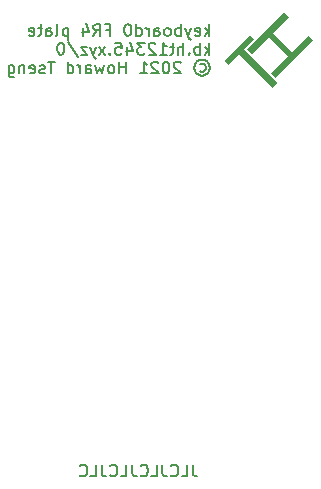
<source format=gbo>
%TF.GenerationSoftware,KiCad,Pcbnew,(5.1.10)-1*%
%TF.CreationDate,2021-11-03T19:39:02-04:00*%
%TF.ProjectId,custom_keyboard plate,63757374-6f6d-45f6-9b65-79626f617264,rev?*%
%TF.SameCoordinates,Original*%
%TF.FileFunction,Legend,Bot*%
%TF.FilePolarity,Positive*%
%FSLAX46Y46*%
G04 Gerber Fmt 4.6, Leading zero omitted, Abs format (unit mm)*
G04 Created by KiCad (PCBNEW (5.1.10)-1) date 2021-11-03 19:39:02*
%MOMM*%
%LPD*%
G01*
G04 APERTURE LIST*
%ADD10C,0.150000*%
%ADD11C,0.100000*%
%ADD12C,0.800000*%
G04 APERTURE END LIST*
D10*
X410785180Y-260024076D02*
X410880419Y-259976457D01*
X411070895Y-259976457D01*
X411166133Y-260024076D01*
X411261371Y-260119314D01*
X411308990Y-260214552D01*
X411308990Y-260405028D01*
X411261371Y-260500266D01*
X411166133Y-260595504D01*
X411070895Y-260643123D01*
X410880419Y-260643123D01*
X410785180Y-260595504D01*
X410975657Y-259643123D02*
X411213752Y-259690742D01*
X411451847Y-259833600D01*
X411594704Y-260071695D01*
X411642323Y-260309790D01*
X411594704Y-260547885D01*
X411451847Y-260785980D01*
X411213752Y-260928838D01*
X410975657Y-260976457D01*
X410737561Y-260928838D01*
X410499466Y-260785980D01*
X410356609Y-260547885D01*
X410308990Y-260309790D01*
X410356609Y-260071695D01*
X410499466Y-259833600D01*
X410737561Y-259690742D01*
X410975657Y-259643123D01*
X409166133Y-259881219D02*
X409118514Y-259833600D01*
X409023276Y-259785980D01*
X408785180Y-259785980D01*
X408689942Y-259833600D01*
X408642323Y-259881219D01*
X408594704Y-259976457D01*
X408594704Y-260071695D01*
X408642323Y-260214552D01*
X409213752Y-260785980D01*
X408594704Y-260785980D01*
X407975657Y-259785980D02*
X407880419Y-259785980D01*
X407785180Y-259833600D01*
X407737561Y-259881219D01*
X407689942Y-259976457D01*
X407642323Y-260166933D01*
X407642323Y-260405028D01*
X407689942Y-260595504D01*
X407737561Y-260690742D01*
X407785180Y-260738361D01*
X407880419Y-260785980D01*
X407975657Y-260785980D01*
X408070895Y-260738361D01*
X408118514Y-260690742D01*
X408166133Y-260595504D01*
X408213752Y-260405028D01*
X408213752Y-260166933D01*
X408166133Y-259976457D01*
X408118514Y-259881219D01*
X408070895Y-259833600D01*
X407975657Y-259785980D01*
X407261371Y-259881219D02*
X407213752Y-259833600D01*
X407118514Y-259785980D01*
X406880419Y-259785980D01*
X406785180Y-259833600D01*
X406737561Y-259881219D01*
X406689942Y-259976457D01*
X406689942Y-260071695D01*
X406737561Y-260214552D01*
X407308990Y-260785980D01*
X406689942Y-260785980D01*
X405737561Y-260785980D02*
X406308990Y-260785980D01*
X406023276Y-260785980D02*
X406023276Y-259785980D01*
X406118514Y-259928838D01*
X406213752Y-260024076D01*
X406308990Y-260071695D01*
X404547085Y-260785980D02*
X404547085Y-259785980D01*
X404547085Y-260262171D02*
X403975657Y-260262171D01*
X403975657Y-260785980D02*
X403975657Y-259785980D01*
X403356609Y-260785980D02*
X403451847Y-260738361D01*
X403499466Y-260690742D01*
X403547085Y-260595504D01*
X403547085Y-260309790D01*
X403499466Y-260214552D01*
X403451847Y-260166933D01*
X403356609Y-260119314D01*
X403213752Y-260119314D01*
X403118514Y-260166933D01*
X403070895Y-260214552D01*
X403023276Y-260309790D01*
X403023276Y-260595504D01*
X403070895Y-260690742D01*
X403118514Y-260738361D01*
X403213752Y-260785980D01*
X403356609Y-260785980D01*
X402689942Y-260119314D02*
X402499466Y-260785980D01*
X402308990Y-260309790D01*
X402118514Y-260785980D01*
X401928038Y-260119314D01*
X401118514Y-260785980D02*
X401118514Y-260262171D01*
X401166133Y-260166933D01*
X401261371Y-260119314D01*
X401451847Y-260119314D01*
X401547085Y-260166933D01*
X401118514Y-260738361D02*
X401213752Y-260785980D01*
X401451847Y-260785980D01*
X401547085Y-260738361D01*
X401594704Y-260643123D01*
X401594704Y-260547885D01*
X401547085Y-260452647D01*
X401451847Y-260405028D01*
X401213752Y-260405028D01*
X401118514Y-260357409D01*
X400642323Y-260785980D02*
X400642323Y-260119314D01*
X400642323Y-260309790D02*
X400594704Y-260214552D01*
X400547085Y-260166933D01*
X400451847Y-260119314D01*
X400356609Y-260119314D01*
X399594704Y-260785980D02*
X399594704Y-259785980D01*
X399594704Y-260738361D02*
X399689942Y-260785980D01*
X399880419Y-260785980D01*
X399975657Y-260738361D01*
X400023276Y-260690742D01*
X400070895Y-260595504D01*
X400070895Y-260309790D01*
X400023276Y-260214552D01*
X399975657Y-260166933D01*
X399880419Y-260119314D01*
X399689942Y-260119314D01*
X399594704Y-260166933D01*
X398499466Y-259785980D02*
X397928038Y-259785980D01*
X398213752Y-260785980D02*
X398213752Y-259785980D01*
X397642323Y-260738361D02*
X397547085Y-260785980D01*
X397356609Y-260785980D01*
X397261371Y-260738361D01*
X397213752Y-260643123D01*
X397213752Y-260595504D01*
X397261371Y-260500266D01*
X397356609Y-260452647D01*
X397499466Y-260452647D01*
X397594704Y-260405028D01*
X397642323Y-260309790D01*
X397642323Y-260262171D01*
X397594704Y-260166933D01*
X397499466Y-260119314D01*
X397356609Y-260119314D01*
X397261371Y-260166933D01*
X396404228Y-260738361D02*
X396499466Y-260785980D01*
X396689942Y-260785980D01*
X396785180Y-260738361D01*
X396832800Y-260643123D01*
X396832800Y-260262171D01*
X396785180Y-260166933D01*
X396689942Y-260119314D01*
X396499466Y-260119314D01*
X396404228Y-260166933D01*
X396356609Y-260262171D01*
X396356609Y-260357409D01*
X396832800Y-260452647D01*
X395928038Y-260119314D02*
X395928038Y-260785980D01*
X395928038Y-260214552D02*
X395880419Y-260166933D01*
X395785180Y-260119314D01*
X395642323Y-260119314D01*
X395547085Y-260166933D01*
X395499466Y-260262171D01*
X395499466Y-260785980D01*
X394594704Y-260119314D02*
X394594704Y-260928838D01*
X394642323Y-261024076D01*
X394689942Y-261071695D01*
X394785180Y-261119314D01*
X394928038Y-261119314D01*
X395023276Y-261071695D01*
X394594704Y-260738361D02*
X394689942Y-260785980D01*
X394880419Y-260785980D01*
X394975657Y-260738361D01*
X395023276Y-260690742D01*
X395070895Y-260595504D01*
X395070895Y-260309790D01*
X395023276Y-260214552D01*
X394975657Y-260166933D01*
X394880419Y-260119314D01*
X394689942Y-260119314D01*
X394594704Y-260166933D01*
X411594704Y-259198580D02*
X411594704Y-258198580D01*
X411499466Y-258817628D02*
X411213752Y-259198580D01*
X411213752Y-258531914D02*
X411594704Y-258912866D01*
X410785180Y-259198580D02*
X410785180Y-258198580D01*
X410785180Y-258579533D02*
X410689942Y-258531914D01*
X410499466Y-258531914D01*
X410404228Y-258579533D01*
X410356609Y-258627152D01*
X410308990Y-258722390D01*
X410308990Y-259008104D01*
X410356609Y-259103342D01*
X410404228Y-259150961D01*
X410499466Y-259198580D01*
X410689942Y-259198580D01*
X410785180Y-259150961D01*
X409880419Y-259103342D02*
X409832800Y-259150961D01*
X409880419Y-259198580D01*
X409928038Y-259150961D01*
X409880419Y-259103342D01*
X409880419Y-259198580D01*
X409404228Y-259198580D02*
X409404228Y-258198580D01*
X408975657Y-259198580D02*
X408975657Y-258674771D01*
X409023276Y-258579533D01*
X409118514Y-258531914D01*
X409261371Y-258531914D01*
X409356609Y-258579533D01*
X409404228Y-258627152D01*
X408642323Y-258531914D02*
X408261371Y-258531914D01*
X408499466Y-258198580D02*
X408499466Y-259055723D01*
X408451847Y-259150961D01*
X408356609Y-259198580D01*
X408261371Y-259198580D01*
X407404228Y-259198580D02*
X407975657Y-259198580D01*
X407689942Y-259198580D02*
X407689942Y-258198580D01*
X407785180Y-258341438D01*
X407880419Y-258436676D01*
X407975657Y-258484295D01*
X407023276Y-258293819D02*
X406975657Y-258246200D01*
X406880419Y-258198580D01*
X406642323Y-258198580D01*
X406547085Y-258246200D01*
X406499466Y-258293819D01*
X406451847Y-258389057D01*
X406451847Y-258484295D01*
X406499466Y-258627152D01*
X407070895Y-259198580D01*
X406451847Y-259198580D01*
X406118514Y-258198580D02*
X405499466Y-258198580D01*
X405832800Y-258579533D01*
X405689942Y-258579533D01*
X405594704Y-258627152D01*
X405547085Y-258674771D01*
X405499466Y-258770009D01*
X405499466Y-259008104D01*
X405547085Y-259103342D01*
X405594704Y-259150961D01*
X405689942Y-259198580D01*
X405975657Y-259198580D01*
X406070895Y-259150961D01*
X406118514Y-259103342D01*
X404642323Y-258531914D02*
X404642323Y-259198580D01*
X404880419Y-258150961D02*
X405118514Y-258865247D01*
X404499466Y-258865247D01*
X403642323Y-258198580D02*
X404118514Y-258198580D01*
X404166133Y-258674771D01*
X404118514Y-258627152D01*
X404023276Y-258579533D01*
X403785180Y-258579533D01*
X403689942Y-258627152D01*
X403642323Y-258674771D01*
X403594704Y-258770009D01*
X403594704Y-259008104D01*
X403642323Y-259103342D01*
X403689942Y-259150961D01*
X403785180Y-259198580D01*
X404023276Y-259198580D01*
X404118514Y-259150961D01*
X404166133Y-259103342D01*
X403166133Y-259103342D02*
X403118514Y-259150961D01*
X403166133Y-259198580D01*
X403213752Y-259150961D01*
X403166133Y-259103342D01*
X403166133Y-259198580D01*
X402785180Y-259198580D02*
X402261371Y-258531914D01*
X402785180Y-258531914D02*
X402261371Y-259198580D01*
X401975657Y-258531914D02*
X401737561Y-259198580D01*
X401499466Y-258531914D02*
X401737561Y-259198580D01*
X401832800Y-259436676D01*
X401880419Y-259484295D01*
X401975657Y-259531914D01*
X401213752Y-258531914D02*
X400689942Y-258531914D01*
X401213752Y-259198580D01*
X400689942Y-259198580D01*
X399594704Y-258150961D02*
X400451847Y-259436676D01*
X399070895Y-258198580D02*
X398975657Y-258198580D01*
X398880419Y-258246200D01*
X398832800Y-258293819D01*
X398785180Y-258389057D01*
X398737561Y-258579533D01*
X398737561Y-258817628D01*
X398785180Y-259008104D01*
X398832800Y-259103342D01*
X398880419Y-259150961D01*
X398975657Y-259198580D01*
X399070895Y-259198580D01*
X399166133Y-259150961D01*
X399213752Y-259103342D01*
X399261371Y-259008104D01*
X399308990Y-258817628D01*
X399308990Y-258579533D01*
X399261371Y-258389057D01*
X399213752Y-258293819D01*
X399166133Y-258246200D01*
X399070895Y-258198580D01*
X411594704Y-257611180D02*
X411594704Y-256611180D01*
X411499466Y-257230228D02*
X411213752Y-257611180D01*
X411213752Y-256944514D02*
X411594704Y-257325466D01*
X410404228Y-257563561D02*
X410499466Y-257611180D01*
X410689942Y-257611180D01*
X410785180Y-257563561D01*
X410832800Y-257468323D01*
X410832800Y-257087371D01*
X410785180Y-256992133D01*
X410689942Y-256944514D01*
X410499466Y-256944514D01*
X410404228Y-256992133D01*
X410356609Y-257087371D01*
X410356609Y-257182609D01*
X410832800Y-257277847D01*
X410023276Y-256944514D02*
X409785180Y-257611180D01*
X409547085Y-256944514D02*
X409785180Y-257611180D01*
X409880419Y-257849276D01*
X409928038Y-257896895D01*
X410023276Y-257944514D01*
X409166133Y-257611180D02*
X409166133Y-256611180D01*
X409166133Y-256992133D02*
X409070895Y-256944514D01*
X408880419Y-256944514D01*
X408785180Y-256992133D01*
X408737561Y-257039752D01*
X408689942Y-257134990D01*
X408689942Y-257420704D01*
X408737561Y-257515942D01*
X408785180Y-257563561D01*
X408880419Y-257611180D01*
X409070895Y-257611180D01*
X409166133Y-257563561D01*
X408118514Y-257611180D02*
X408213752Y-257563561D01*
X408261371Y-257515942D01*
X408308990Y-257420704D01*
X408308990Y-257134990D01*
X408261371Y-257039752D01*
X408213752Y-256992133D01*
X408118514Y-256944514D01*
X407975657Y-256944514D01*
X407880419Y-256992133D01*
X407832800Y-257039752D01*
X407785180Y-257134990D01*
X407785180Y-257420704D01*
X407832800Y-257515942D01*
X407880419Y-257563561D01*
X407975657Y-257611180D01*
X408118514Y-257611180D01*
X406928038Y-257611180D02*
X406928038Y-257087371D01*
X406975657Y-256992133D01*
X407070895Y-256944514D01*
X407261371Y-256944514D01*
X407356609Y-256992133D01*
X406928038Y-257563561D02*
X407023276Y-257611180D01*
X407261371Y-257611180D01*
X407356609Y-257563561D01*
X407404228Y-257468323D01*
X407404228Y-257373085D01*
X407356609Y-257277847D01*
X407261371Y-257230228D01*
X407023276Y-257230228D01*
X406928038Y-257182609D01*
X406451847Y-257611180D02*
X406451847Y-256944514D01*
X406451847Y-257134990D02*
X406404228Y-257039752D01*
X406356609Y-256992133D01*
X406261371Y-256944514D01*
X406166133Y-256944514D01*
X405404228Y-257611180D02*
X405404228Y-256611180D01*
X405404228Y-257563561D02*
X405499466Y-257611180D01*
X405689942Y-257611180D01*
X405785180Y-257563561D01*
X405832800Y-257515942D01*
X405880419Y-257420704D01*
X405880419Y-257134990D01*
X405832800Y-257039752D01*
X405785180Y-256992133D01*
X405689942Y-256944514D01*
X405499466Y-256944514D01*
X405404228Y-256992133D01*
X404737561Y-256611180D02*
X404642323Y-256611180D01*
X404547085Y-256658800D01*
X404499466Y-256706419D01*
X404451847Y-256801657D01*
X404404228Y-256992133D01*
X404404228Y-257230228D01*
X404451847Y-257420704D01*
X404499466Y-257515942D01*
X404547085Y-257563561D01*
X404642323Y-257611180D01*
X404737561Y-257611180D01*
X404832800Y-257563561D01*
X404880419Y-257515942D01*
X404928038Y-257420704D01*
X404975657Y-257230228D01*
X404975657Y-256992133D01*
X404928038Y-256801657D01*
X404880419Y-256706419D01*
X404832800Y-256658800D01*
X404737561Y-256611180D01*
X402880419Y-257087371D02*
X403213752Y-257087371D01*
X403213752Y-257611180D02*
X403213752Y-256611180D01*
X402737561Y-256611180D01*
X401785180Y-257611180D02*
X402118514Y-257134990D01*
X402356609Y-257611180D02*
X402356609Y-256611180D01*
X401975657Y-256611180D01*
X401880419Y-256658800D01*
X401832800Y-256706419D01*
X401785180Y-256801657D01*
X401785180Y-256944514D01*
X401832800Y-257039752D01*
X401880419Y-257087371D01*
X401975657Y-257134990D01*
X402356609Y-257134990D01*
X400928038Y-256944514D02*
X400928038Y-257611180D01*
X401166133Y-256563561D02*
X401404228Y-257277847D01*
X400785180Y-257277847D01*
X399642323Y-256944514D02*
X399642323Y-257944514D01*
X399642323Y-256992133D02*
X399547085Y-256944514D01*
X399356609Y-256944514D01*
X399261371Y-256992133D01*
X399213752Y-257039752D01*
X399166133Y-257134990D01*
X399166133Y-257420704D01*
X399213752Y-257515942D01*
X399261371Y-257563561D01*
X399356609Y-257611180D01*
X399547085Y-257611180D01*
X399642323Y-257563561D01*
X398594704Y-257611180D02*
X398689942Y-257563561D01*
X398737561Y-257468323D01*
X398737561Y-256611180D01*
X397785180Y-257611180D02*
X397785180Y-257087371D01*
X397832800Y-256992133D01*
X397928038Y-256944514D01*
X398118514Y-256944514D01*
X398213752Y-256992133D01*
X397785180Y-257563561D02*
X397880419Y-257611180D01*
X398118514Y-257611180D01*
X398213752Y-257563561D01*
X398261371Y-257468323D01*
X398261371Y-257373085D01*
X398213752Y-257277847D01*
X398118514Y-257230228D01*
X397880419Y-257230228D01*
X397785180Y-257182609D01*
X397451847Y-256944514D02*
X397070895Y-256944514D01*
X397308990Y-256611180D02*
X397308990Y-257468323D01*
X397261371Y-257563561D01*
X397166133Y-257611180D01*
X397070895Y-257611180D01*
X396356609Y-257563561D02*
X396451847Y-257611180D01*
X396642323Y-257611180D01*
X396737561Y-257563561D01*
X396785180Y-257468323D01*
X396785180Y-257087371D01*
X396737561Y-256992133D01*
X396642323Y-256944514D01*
X396451847Y-256944514D01*
X396356609Y-256992133D01*
X396308990Y-257087371D01*
X396308990Y-257182609D01*
X396785180Y-257277847D01*
X410199747Y-293915080D02*
X410199747Y-294629366D01*
X410247366Y-294772223D01*
X410342604Y-294867461D01*
X410485461Y-294915080D01*
X410580700Y-294915080D01*
X409247366Y-294915080D02*
X409723557Y-294915080D01*
X409723557Y-293915080D01*
X408342604Y-294819842D02*
X408390223Y-294867461D01*
X408533080Y-294915080D01*
X408628319Y-294915080D01*
X408771176Y-294867461D01*
X408866414Y-294772223D01*
X408914033Y-294676985D01*
X408961652Y-294486509D01*
X408961652Y-294343652D01*
X408914033Y-294153176D01*
X408866414Y-294057938D01*
X408771176Y-293962700D01*
X408628319Y-293915080D01*
X408533080Y-293915080D01*
X408390223Y-293962700D01*
X408342604Y-294010319D01*
X407628319Y-293915080D02*
X407628319Y-294629366D01*
X407675938Y-294772223D01*
X407771176Y-294867461D01*
X407914033Y-294915080D01*
X408009271Y-294915080D01*
X406675938Y-294915080D02*
X407152128Y-294915080D01*
X407152128Y-293915080D01*
X405771176Y-294819842D02*
X405818795Y-294867461D01*
X405961652Y-294915080D01*
X406056890Y-294915080D01*
X406199747Y-294867461D01*
X406294985Y-294772223D01*
X406342604Y-294676985D01*
X406390223Y-294486509D01*
X406390223Y-294343652D01*
X406342604Y-294153176D01*
X406294985Y-294057938D01*
X406199747Y-293962700D01*
X406056890Y-293915080D01*
X405961652Y-293915080D01*
X405818795Y-293962700D01*
X405771176Y-294010319D01*
X405056890Y-293915080D02*
X405056890Y-294629366D01*
X405104509Y-294772223D01*
X405199747Y-294867461D01*
X405342604Y-294915080D01*
X405437842Y-294915080D01*
X404104509Y-294915080D02*
X404580700Y-294915080D01*
X404580700Y-293915080D01*
X403199747Y-294819842D02*
X403247366Y-294867461D01*
X403390223Y-294915080D01*
X403485461Y-294915080D01*
X403628319Y-294867461D01*
X403723557Y-294772223D01*
X403771176Y-294676985D01*
X403818795Y-294486509D01*
X403818795Y-294343652D01*
X403771176Y-294153176D01*
X403723557Y-294057938D01*
X403628319Y-293962700D01*
X403485461Y-293915080D01*
X403390223Y-293915080D01*
X403247366Y-293962700D01*
X403199747Y-294010319D01*
X402485461Y-293915080D02*
X402485461Y-294629366D01*
X402533080Y-294772223D01*
X402628319Y-294867461D01*
X402771176Y-294915080D01*
X402866414Y-294915080D01*
X401533080Y-294915080D02*
X402009271Y-294915080D01*
X402009271Y-293915080D01*
X400628319Y-294819842D02*
X400675938Y-294867461D01*
X400818795Y-294915080D01*
X400914033Y-294915080D01*
X401056890Y-294867461D01*
X401152128Y-294772223D01*
X401199747Y-294676985D01*
X401247366Y-294486509D01*
X401247366Y-294343652D01*
X401199747Y-294153176D01*
X401152128Y-294057938D01*
X401056890Y-293962700D01*
X400914033Y-293915080D01*
X400818795Y-293915080D01*
X400675938Y-293962700D01*
X400628319Y-294010319D01*
D11*
%TO.C,logo*%
G36*
X414501750Y-258743754D02*
G01*
X415396042Y-257849463D01*
X415078542Y-257518733D01*
X412882500Y-259717421D01*
X413213229Y-260045504D01*
X414102229Y-259153858D01*
X416930625Y-261998129D01*
X417340729Y-261585379D01*
X414501750Y-258743754D01*
G37*
G36*
X417195208Y-261177921D02*
G01*
X420370208Y-258002921D01*
X419957458Y-257598108D01*
X418592208Y-258966004D01*
X416986187Y-257357338D01*
X418354083Y-255986796D01*
X417938687Y-255571400D01*
X414763687Y-258746400D01*
X415184375Y-259156504D01*
X416644875Y-257690713D01*
X418253542Y-259294088D01*
X416787750Y-260759879D01*
X417195208Y-261177921D01*
G37*
%TD*%
%LPC*%
G36*
X339703600Y-251602900D02*
G01*
X339703600Y-265889500D01*
X338909900Y-266683200D01*
X324623300Y-266683200D01*
X323829600Y-265889500D01*
X323829600Y-251602900D01*
X324623300Y-250809200D01*
X338909900Y-250809200D01*
X339703600Y-251602900D01*
G37*
X339703600Y-251602900D02*
X339703600Y-265889500D01*
X338909900Y-266683200D01*
X324623300Y-266683200D01*
X323829600Y-265889500D01*
X323829600Y-251602900D01*
X324623300Y-250809200D01*
X338909900Y-250809200D01*
X339703600Y-251602900D01*
G36*
X458758600Y-213505300D02*
G01*
X458758600Y-227791900D01*
X457964900Y-228585600D01*
X443678300Y-228585600D01*
X442884600Y-227791900D01*
X442884600Y-213505300D01*
X443678300Y-212711600D01*
X457964900Y-212711600D01*
X458758600Y-213505300D01*
G37*
X458758600Y-213505300D02*
X458758600Y-227791900D01*
X457964900Y-228585600D01*
X443678300Y-228585600D01*
X442884600Y-227791900D01*
X442884600Y-213505300D01*
X443678300Y-212711600D01*
X457964900Y-212711600D01*
X458758600Y-213505300D01*
G36*
X234935200Y-232554100D02*
G01*
X234935200Y-246840700D01*
X234141500Y-247634400D01*
X219854900Y-247634400D01*
X219061200Y-246840700D01*
X219061200Y-232554100D01*
X219854900Y-231760400D01*
X234141500Y-231760400D01*
X234935200Y-232554100D01*
G37*
X234935200Y-232554100D02*
X234935200Y-246840700D01*
X234141500Y-247634400D01*
X219854900Y-247634400D01*
X219061200Y-246840700D01*
X219061200Y-232554100D01*
X219854900Y-231760400D01*
X234141500Y-231760400D01*
X234935200Y-232554100D01*
G36*
X263508400Y-251602900D02*
G01*
X263508400Y-265889500D01*
X262714700Y-266683200D01*
X248428100Y-266683200D01*
X247634400Y-265889500D01*
X247634400Y-251602900D01*
X248428100Y-250809200D01*
X262714700Y-250809200D01*
X263508400Y-251602900D01*
G37*
X263508400Y-251602900D02*
X263508400Y-265889500D01*
X262714700Y-266683200D01*
X248428100Y-266683200D01*
X247634400Y-265889500D01*
X247634400Y-251602900D01*
X248428100Y-250809200D01*
X262714700Y-250809200D01*
X263508400Y-251602900D01*
G36*
X325417000Y-213505300D02*
G01*
X325417000Y-227791900D01*
X324623300Y-228585600D01*
X310336700Y-228585600D01*
X309543000Y-227791900D01*
X309543000Y-213505300D01*
X310336700Y-212711600D01*
X324623300Y-212711600D01*
X325417000Y-213505300D01*
G37*
X325417000Y-213505300D02*
X325417000Y-227791900D01*
X324623300Y-228585600D01*
X310336700Y-228585600D01*
X309543000Y-227791900D01*
X309543000Y-213505300D01*
X310336700Y-212711600D01*
X324623300Y-212711600D01*
X325417000Y-213505300D01*
G36*
X349228000Y-232554100D02*
G01*
X349228000Y-246840700D01*
X348434300Y-247634400D01*
X334147700Y-247634400D01*
X333354000Y-246840700D01*
X333354000Y-232554100D01*
X334147700Y-231760400D01*
X348434300Y-231760400D01*
X349228000Y-232554100D01*
G37*
X349228000Y-232554100D02*
X349228000Y-246840700D01*
X348434300Y-247634400D01*
X334147700Y-247634400D01*
X333354000Y-246840700D01*
X333354000Y-232554100D01*
X334147700Y-231760400D01*
X348434300Y-231760400D01*
X349228000Y-232554100D01*
G36*
X296843800Y-194456500D02*
G01*
X296843800Y-208743100D01*
X296050100Y-209536800D01*
X281763500Y-209536800D01*
X280969800Y-208743100D01*
X280969800Y-194456500D01*
X281763500Y-193662800D01*
X296050100Y-193662800D01*
X296843800Y-194456500D01*
G37*
X296843800Y-194456500D02*
X296843800Y-208743100D01*
X296050100Y-209536800D01*
X281763500Y-209536800D01*
X280969800Y-208743100D01*
X280969800Y-194456500D01*
X281763500Y-193662800D01*
X296050100Y-193662800D01*
X296843800Y-194456500D01*
G36*
X249221800Y-213505300D02*
G01*
X249221800Y-227791900D01*
X248428100Y-228585600D01*
X234141500Y-228585600D01*
X233347800Y-227791900D01*
X233347800Y-213505300D01*
X234141500Y-212711600D01*
X248428100Y-212711600D01*
X249221800Y-213505300D01*
G37*
X249221800Y-213505300D02*
X249221800Y-227791900D01*
X248428100Y-228585600D01*
X234141500Y-228585600D01*
X233347800Y-227791900D01*
X233347800Y-213505300D01*
X234141500Y-212711600D01*
X248428100Y-212711600D01*
X249221800Y-213505300D01*
G36*
X192075400Y-213505300D02*
G01*
X192075400Y-227791900D01*
X191281700Y-228585600D01*
X176995100Y-228585600D01*
X176201400Y-227791900D01*
X176201400Y-213505300D01*
X176995100Y-212711600D01*
X191281700Y-212711600D01*
X192075400Y-213505300D01*
G37*
X192075400Y-213505300D02*
X192075400Y-227791900D01*
X191281700Y-228585600D01*
X176995100Y-228585600D01*
X176201400Y-227791900D01*
X176201400Y-213505300D01*
X176995100Y-212711600D01*
X191281700Y-212711600D01*
X192075400Y-213505300D01*
G36*
X268270600Y-213505300D02*
G01*
X268270600Y-227791900D01*
X267476900Y-228585600D01*
X253190300Y-228585600D01*
X252396600Y-227791900D01*
X252396600Y-213505300D01*
X253190300Y-212711600D01*
X267476900Y-212711600D01*
X268270600Y-213505300D01*
G37*
X268270600Y-213505300D02*
X268270600Y-227791900D01*
X267476900Y-228585600D01*
X253190300Y-228585600D01*
X252396600Y-227791900D01*
X252396600Y-213505300D01*
X253190300Y-212711600D01*
X267476900Y-212711600D01*
X268270600Y-213505300D01*
G36*
X153977800Y-213505300D02*
G01*
X153977800Y-227791900D01*
X153184100Y-228585600D01*
X138897500Y-228585600D01*
X138103800Y-227791900D01*
X138103800Y-213505300D01*
X138897500Y-212711600D01*
X153184100Y-212711600D01*
X153977800Y-213505300D01*
G37*
X153977800Y-213505300D02*
X153977800Y-227791900D01*
X153184100Y-228585600D01*
X138897500Y-228585600D01*
X138103800Y-227791900D01*
X138103800Y-213505300D01*
X138897500Y-212711600D01*
X153184100Y-212711600D01*
X153977800Y-213505300D01*
G36*
X277795000Y-194456500D02*
G01*
X277795000Y-208743100D01*
X277001300Y-209536800D01*
X262714700Y-209536800D01*
X261921000Y-208743100D01*
X261921000Y-194456500D01*
X262714700Y-193662800D01*
X277001300Y-193662800D01*
X277795000Y-194456500D01*
G37*
X277795000Y-194456500D02*
X277795000Y-208743100D01*
X277001300Y-209536800D01*
X262714700Y-209536800D01*
X261921000Y-208743100D01*
X261921000Y-194456500D01*
X262714700Y-193662800D01*
X277001300Y-193662800D01*
X277795000Y-194456500D01*
G36*
X287319400Y-213505300D02*
G01*
X287319400Y-227791900D01*
X286525700Y-228585600D01*
X272239100Y-228585600D01*
X271445400Y-227791900D01*
X271445400Y-213505300D01*
X272239100Y-212711600D01*
X286525700Y-212711600D01*
X287319400Y-213505300D01*
G37*
X287319400Y-213505300D02*
X287319400Y-227791900D01*
X286525700Y-228585600D01*
X272239100Y-228585600D01*
X271445400Y-227791900D01*
X271445400Y-213505300D01*
X272239100Y-212711600D01*
X286525700Y-212711600D01*
X287319400Y-213505300D01*
G36*
X344465800Y-213505300D02*
G01*
X344465800Y-227791900D01*
X343672100Y-228585600D01*
X329385500Y-228585600D01*
X328591800Y-227791900D01*
X328591800Y-213505300D01*
X329385500Y-212711600D01*
X343672100Y-212711600D01*
X344465800Y-213505300D01*
G37*
X344465800Y-213505300D02*
X344465800Y-227791900D01*
X343672100Y-228585600D01*
X329385500Y-228585600D01*
X328591800Y-227791900D01*
X328591800Y-213505300D01*
X329385500Y-212711600D01*
X343672100Y-212711600D01*
X344465800Y-213505300D01*
G36*
X230173000Y-213505300D02*
G01*
X230173000Y-227791900D01*
X229379300Y-228585600D01*
X215092700Y-228585600D01*
X214299000Y-227791900D01*
X214299000Y-213505300D01*
X215092700Y-212711600D01*
X229379300Y-212711600D01*
X230173000Y-213505300D01*
G37*
X230173000Y-213505300D02*
X230173000Y-227791900D01*
X229379300Y-228585600D01*
X215092700Y-228585600D01*
X214299000Y-227791900D01*
X214299000Y-213505300D01*
X215092700Y-212711600D01*
X229379300Y-212711600D01*
X230173000Y-213505300D01*
G36*
X387325600Y-213505300D02*
G01*
X387325600Y-227791900D01*
X386531900Y-228585600D01*
X372245300Y-228585600D01*
X371451600Y-227791900D01*
X371451600Y-213505300D01*
X372245300Y-212711600D01*
X386531900Y-212711600D01*
X387325600Y-213505300D01*
G37*
X387325600Y-213505300D02*
X387325600Y-227791900D01*
X386531900Y-228585600D01*
X372245300Y-228585600D01*
X371451600Y-227791900D01*
X371451600Y-213505300D01*
X372245300Y-212711600D01*
X386531900Y-212711600D01*
X387325600Y-213505300D01*
G36*
X315892600Y-194456500D02*
G01*
X315892600Y-208743100D01*
X315098900Y-209536800D01*
X300812300Y-209536800D01*
X300018600Y-208743100D01*
X300018600Y-194456500D01*
X300812300Y-193662800D01*
X315098900Y-193662800D01*
X315892600Y-194456500D01*
G37*
X315892600Y-194456500D02*
X315892600Y-208743100D01*
X315098900Y-209536800D01*
X300812300Y-209536800D01*
X300018600Y-208743100D01*
X300018600Y-194456500D01*
X300812300Y-193662800D01*
X315098900Y-193662800D01*
X315892600Y-194456500D01*
G36*
X382563400Y-194456500D02*
G01*
X382563400Y-208743100D01*
X381769700Y-209536800D01*
X367483100Y-209536800D01*
X366689400Y-208743100D01*
X366689400Y-194456500D01*
X367483100Y-193662800D01*
X381769700Y-193662800D01*
X382563400Y-194456500D01*
G37*
X382563400Y-194456500D02*
X382563400Y-208743100D01*
X381769700Y-209536800D01*
X367483100Y-209536800D01*
X366689400Y-208743100D01*
X366689400Y-194456500D01*
X367483100Y-193662800D01*
X381769700Y-193662800D01*
X382563400Y-194456500D01*
G36*
X196837600Y-232554100D02*
G01*
X196837600Y-246840700D01*
X196043900Y-247634400D01*
X181757300Y-247634400D01*
X180963600Y-246840700D01*
X180963600Y-232554100D01*
X181757300Y-231760400D01*
X196043900Y-231760400D01*
X196837600Y-232554100D01*
G37*
X196837600Y-232554100D02*
X196837600Y-246840700D01*
X196043900Y-247634400D01*
X181757300Y-247634400D01*
X180963600Y-246840700D01*
X180963600Y-232554100D01*
X181757300Y-231760400D01*
X196043900Y-231760400D01*
X196837600Y-232554100D01*
G36*
X130166800Y-213505300D02*
G01*
X130166800Y-227791900D01*
X129373100Y-228585600D01*
X115086500Y-228585600D01*
X114292800Y-227791900D01*
X114292800Y-213505300D01*
X115086500Y-212711600D01*
X129373100Y-212711600D01*
X130166800Y-213505300D01*
G37*
X130166800Y-213505300D02*
X130166800Y-227791900D01*
X129373100Y-228585600D01*
X115086500Y-228585600D01*
X114292800Y-227791900D01*
X114292800Y-213505300D01*
X115086500Y-212711600D01*
X129373100Y-212711600D01*
X130166800Y-213505300D01*
G36*
X220648600Y-194456500D02*
G01*
X220648600Y-208743100D01*
X219854900Y-209536800D01*
X205568300Y-209536800D01*
X204774600Y-208743100D01*
X204774600Y-194456500D01*
X205568300Y-193662800D01*
X219854900Y-193662800D01*
X220648600Y-194456500D01*
G37*
X220648600Y-194456500D02*
X220648600Y-208743100D01*
X219854900Y-209536800D01*
X205568300Y-209536800D01*
X204774600Y-208743100D01*
X204774600Y-194456500D01*
X205568300Y-193662800D01*
X219854900Y-193662800D01*
X220648600Y-194456500D01*
G36*
X127785700Y-270651700D02*
G01*
X127785700Y-284938300D01*
X126992000Y-285732000D01*
X112705400Y-285732000D01*
X111911700Y-284938300D01*
X111911700Y-270651700D01*
X112705400Y-269858000D01*
X126992000Y-269858000D01*
X127785700Y-270651700D01*
G37*
X127785700Y-270651700D02*
X127785700Y-284938300D01*
X126992000Y-285732000D01*
X112705400Y-285732000D01*
X111911700Y-284938300D01*
X111911700Y-270651700D01*
X112705400Y-269858000D01*
X126992000Y-269858000D01*
X127785700Y-270651700D01*
G36*
X375420100Y-251602900D02*
G01*
X375420100Y-265889500D01*
X374626400Y-266683200D01*
X360339800Y-266683200D01*
X359546100Y-265889500D01*
X359546100Y-251602900D01*
X360339800Y-250809200D01*
X374626400Y-250809200D01*
X375420100Y-251602900D01*
G37*
X375420100Y-251602900D02*
X375420100Y-265889500D01*
X374626400Y-266683200D01*
X360339800Y-266683200D01*
X359546100Y-265889500D01*
X359546100Y-251602900D01*
X360339800Y-250809200D01*
X374626400Y-250809200D01*
X375420100Y-251602900D01*
G36*
X458758600Y-270651700D02*
G01*
X458758600Y-284938300D01*
X457964900Y-285732000D01*
X443678300Y-285732000D01*
X442884600Y-284938300D01*
X442884600Y-270651700D01*
X443678300Y-269858000D01*
X457964900Y-269858000D01*
X458758600Y-270651700D01*
G37*
X458758600Y-270651700D02*
X458758600Y-284938300D01*
X457964900Y-285732000D01*
X443678300Y-285732000D01*
X442884600Y-284938300D01*
X442884600Y-270651700D01*
X443678300Y-269858000D01*
X457964900Y-269858000D01*
X458758600Y-270651700D01*
G36*
X458758600Y-165883300D02*
G01*
X458758600Y-180169900D01*
X457964900Y-180963600D01*
X443678300Y-180963600D01*
X442884600Y-180169900D01*
X442884600Y-165883300D01*
X443678300Y-165089600D01*
X457964900Y-165089600D01*
X458758600Y-165883300D01*
G37*
X458758600Y-165883300D02*
X458758600Y-180169900D01*
X457964900Y-180963600D01*
X443678300Y-180963600D01*
X442884600Y-180169900D01*
X442884600Y-165883300D01*
X443678300Y-165089600D01*
X457964900Y-165089600D01*
X458758600Y-165883300D01*
G36*
X334941400Y-165883300D02*
G01*
X334941400Y-180169900D01*
X334147700Y-180963600D01*
X319861100Y-180963600D01*
X319067400Y-180169900D01*
X319067400Y-165883300D01*
X319861100Y-165089600D01*
X334147700Y-165089600D01*
X334941400Y-165883300D01*
G37*
X334941400Y-165883300D02*
X334941400Y-180169900D01*
X334147700Y-180963600D01*
X319861100Y-180963600D01*
X319067400Y-180169900D01*
X319067400Y-165883300D01*
X319861100Y-165089600D01*
X334147700Y-165089600D01*
X334941400Y-165883300D01*
G36*
X177788800Y-232554100D02*
G01*
X177788800Y-246840700D01*
X176995100Y-247634400D01*
X162708500Y-247634400D01*
X161914800Y-246840700D01*
X161914800Y-232554100D01*
X162708500Y-231760400D01*
X176995100Y-231760400D01*
X177788800Y-232554100D01*
G37*
X177788800Y-232554100D02*
X177788800Y-246840700D01*
X176995100Y-247634400D01*
X162708500Y-247634400D01*
X161914800Y-246840700D01*
X161914800Y-232554100D01*
X162708500Y-231760400D01*
X176995100Y-231760400D01*
X177788800Y-232554100D01*
G36*
X163502200Y-194456500D02*
G01*
X163502200Y-208743100D01*
X162708500Y-209536800D01*
X148421900Y-209536800D01*
X147628200Y-208743100D01*
X147628200Y-194456500D01*
X148421900Y-193662800D01*
X162708500Y-193662800D01*
X163502200Y-194456500D01*
G37*
X163502200Y-194456500D02*
X163502200Y-208743100D01*
X162708500Y-209536800D01*
X148421900Y-209536800D01*
X147628200Y-208743100D01*
X147628200Y-194456500D01*
X148421900Y-193662800D01*
X162708500Y-193662800D01*
X163502200Y-194456500D01*
G36*
X132547900Y-232554100D02*
G01*
X132547900Y-246840700D01*
X131754200Y-247634400D01*
X117467600Y-247634400D01*
X116673900Y-246840700D01*
X116673900Y-232554100D01*
X117467600Y-231760400D01*
X131754200Y-231760400D01*
X132547900Y-232554100D01*
G37*
X132547900Y-232554100D02*
X132547900Y-246840700D01*
X131754200Y-247634400D01*
X117467600Y-247634400D01*
X116673900Y-246840700D01*
X116673900Y-232554100D01*
X117467600Y-231760400D01*
X131754200Y-231760400D01*
X132547900Y-232554100D01*
G36*
X168264400Y-251602900D02*
G01*
X168264400Y-265889500D01*
X167470700Y-266683200D01*
X153184100Y-266683200D01*
X152390400Y-265889500D01*
X152390400Y-251602900D01*
X153184100Y-250809200D01*
X167470700Y-250809200D01*
X168264400Y-251602900D01*
G37*
X168264400Y-251602900D02*
X168264400Y-265889500D01*
X167470700Y-266683200D01*
X153184100Y-266683200D01*
X152390400Y-265889500D01*
X152390400Y-251602900D01*
X153184100Y-250809200D01*
X167470700Y-250809200D01*
X168264400Y-251602900D01*
G36*
X439709800Y-251602900D02*
G01*
X439709800Y-265889500D01*
X438916100Y-266683200D01*
X424629500Y-266683200D01*
X423835800Y-265889500D01*
X423835800Y-251602900D01*
X424629500Y-250809200D01*
X438916100Y-250809200D01*
X439709800Y-251602900D01*
G37*
X439709800Y-251602900D02*
X439709800Y-265889500D01*
X438916100Y-266683200D01*
X424629500Y-266683200D01*
X423835800Y-265889500D01*
X423835800Y-251602900D01*
X424629500Y-250809200D01*
X438916100Y-250809200D01*
X439709800Y-251602900D01*
G36*
X363514600Y-213505300D02*
G01*
X363514600Y-227791900D01*
X362720900Y-228585600D01*
X348434300Y-228585600D01*
X347640600Y-227791900D01*
X347640600Y-213505300D01*
X348434300Y-212711600D01*
X362720900Y-212711600D01*
X363514600Y-213505300D01*
G37*
X363514600Y-213505300D02*
X363514600Y-227791900D01*
X362720900Y-228585600D01*
X348434300Y-228585600D01*
X347640600Y-227791900D01*
X347640600Y-213505300D01*
X348434300Y-212711600D01*
X362720900Y-212711600D01*
X363514600Y-213505300D01*
G36*
X125404600Y-165883300D02*
G01*
X125404600Y-180169900D01*
X124610900Y-180963600D01*
X110324300Y-180963600D01*
X109530600Y-180169900D01*
X109530600Y-165883300D01*
X110324300Y-165089600D01*
X124610900Y-165089600D01*
X125404600Y-165883300D01*
G37*
X125404600Y-165883300D02*
X125404600Y-180169900D01*
X124610900Y-180963600D01*
X110324300Y-180963600D01*
X109530600Y-180169900D01*
X109530600Y-165883300D01*
X110324300Y-165089600D01*
X124610900Y-165089600D01*
X125404600Y-165883300D01*
G36*
X182551000Y-165883300D02*
G01*
X182551000Y-180169900D01*
X181757300Y-180963600D01*
X167470700Y-180963600D01*
X166677000Y-180169900D01*
X166677000Y-165883300D01*
X167470700Y-165089600D01*
X181757300Y-165089600D01*
X182551000Y-165883300D01*
G37*
X182551000Y-165883300D02*
X182551000Y-180169900D01*
X181757300Y-180963600D01*
X167470700Y-180963600D01*
X166677000Y-180169900D01*
X166677000Y-165883300D01*
X167470700Y-165089600D01*
X181757300Y-165089600D01*
X182551000Y-165883300D01*
G36*
X311130400Y-232554100D02*
G01*
X311130400Y-246840700D01*
X310336700Y-247634400D01*
X296050100Y-247634400D01*
X295256400Y-246840700D01*
X295256400Y-232554100D01*
X296050100Y-231760400D01*
X310336700Y-231760400D01*
X311130400Y-232554100D01*
G37*
X311130400Y-232554100D02*
X311130400Y-246840700D01*
X310336700Y-247634400D01*
X296050100Y-247634400D01*
X295256400Y-246840700D01*
X295256400Y-232554100D01*
X296050100Y-231760400D01*
X310336700Y-231760400D01*
X311130400Y-232554100D01*
G36*
X158740000Y-232554100D02*
G01*
X158740000Y-246840700D01*
X157946300Y-247634400D01*
X143659700Y-247634400D01*
X142866000Y-246840700D01*
X142866000Y-232554100D01*
X143659700Y-231760400D01*
X157946300Y-231760400D01*
X158740000Y-232554100D01*
G37*
X158740000Y-232554100D02*
X158740000Y-246840700D01*
X157946300Y-247634400D01*
X143659700Y-247634400D01*
X142866000Y-246840700D01*
X142866000Y-232554100D01*
X143659700Y-231760400D01*
X157946300Y-231760400D01*
X158740000Y-232554100D01*
G36*
X125404600Y-194456500D02*
G01*
X125404600Y-208743100D01*
X124610900Y-209536800D01*
X110324300Y-209536800D01*
X109530600Y-208743100D01*
X109530600Y-194456500D01*
X110324300Y-193662800D01*
X124610900Y-193662800D01*
X125404600Y-194456500D01*
G37*
X125404600Y-194456500D02*
X125404600Y-208743100D01*
X124610900Y-209536800D01*
X110324300Y-209536800D01*
X109530600Y-208743100D01*
X109530600Y-194456500D01*
X110324300Y-193662800D01*
X124610900Y-193662800D01*
X125404600Y-194456500D01*
G36*
X273032800Y-232554100D02*
G01*
X273032800Y-246840700D01*
X272239100Y-247634400D01*
X257952500Y-247634400D01*
X257158800Y-246840700D01*
X257158800Y-232554100D01*
X257952500Y-231760400D01*
X272239100Y-231760400D01*
X273032800Y-232554100D01*
G37*
X273032800Y-232554100D02*
X273032800Y-246840700D01*
X272239100Y-247634400D01*
X257952500Y-247634400D01*
X257158800Y-246840700D01*
X257158800Y-232554100D01*
X257952500Y-231760400D01*
X272239100Y-231760400D01*
X273032800Y-232554100D01*
G36*
X215886400Y-232554100D02*
G01*
X215886400Y-246840700D01*
X215092700Y-247634400D01*
X200806100Y-247634400D01*
X200012400Y-246840700D01*
X200012400Y-232554100D01*
X200806100Y-231760400D01*
X215092700Y-231760400D01*
X215886400Y-232554100D01*
G37*
X215886400Y-232554100D02*
X215886400Y-246840700D01*
X215092700Y-247634400D01*
X200806100Y-247634400D01*
X200012400Y-246840700D01*
X200012400Y-232554100D01*
X200806100Y-231760400D01*
X215092700Y-231760400D01*
X215886400Y-232554100D01*
G36*
X420661000Y-194456500D02*
G01*
X420661000Y-208743100D01*
X419867300Y-209536800D01*
X405580700Y-209536800D01*
X404787000Y-208743100D01*
X404787000Y-194456500D01*
X405580700Y-193662800D01*
X419867300Y-193662800D01*
X420661000Y-194456500D01*
G37*
X420661000Y-194456500D02*
X420661000Y-208743100D01*
X419867300Y-209536800D01*
X405580700Y-209536800D01*
X404787000Y-208743100D01*
X404787000Y-194456500D01*
X405580700Y-193662800D01*
X419867300Y-193662800D01*
X420661000Y-194456500D01*
G36*
X287319400Y-165883300D02*
G01*
X287319400Y-180169900D01*
X286525700Y-180963600D01*
X272239100Y-180963600D01*
X271445400Y-180169900D01*
X271445400Y-165883300D01*
X272239100Y-165089600D01*
X286525700Y-165089600D01*
X287319400Y-165883300D01*
G37*
X287319400Y-165883300D02*
X287319400Y-180169900D01*
X286525700Y-180963600D01*
X272239100Y-180963600D01*
X271445400Y-180169900D01*
X271445400Y-165883300D01*
X272239100Y-165089600D01*
X286525700Y-165089600D01*
X287319400Y-165883300D01*
G36*
X137310100Y-251602900D02*
G01*
X137310100Y-265889500D01*
X136516400Y-266683200D01*
X122229800Y-266683200D01*
X121436100Y-265889500D01*
X121436100Y-251602900D01*
X122229800Y-250809200D01*
X136516400Y-250809200D01*
X137310100Y-251602900D01*
G37*
X137310100Y-251602900D02*
X137310100Y-265889500D01*
X136516400Y-266683200D01*
X122229800Y-266683200D01*
X121436100Y-265889500D01*
X121436100Y-251602900D01*
X122229800Y-250809200D01*
X136516400Y-250809200D01*
X137310100Y-251602900D01*
G36*
X306368200Y-213505300D02*
G01*
X306368200Y-227791900D01*
X305574500Y-228585600D01*
X291287900Y-228585600D01*
X290494200Y-227791900D01*
X290494200Y-213505300D01*
X291287900Y-212711600D01*
X305574500Y-212711600D01*
X306368200Y-213505300D01*
G37*
X306368200Y-213505300D02*
X306368200Y-227791900D01*
X305574500Y-228585600D01*
X291287900Y-228585600D01*
X290494200Y-227791900D01*
X290494200Y-213505300D01*
X291287900Y-212711600D01*
X305574500Y-212711600D01*
X306368200Y-213505300D01*
G36*
X330179200Y-232554100D02*
G01*
X330179200Y-246840700D01*
X329385500Y-247634400D01*
X315098900Y-247634400D01*
X314305200Y-246840700D01*
X314305200Y-232554100D01*
X315098900Y-231760400D01*
X329385500Y-231760400D01*
X330179200Y-232554100D01*
G37*
X330179200Y-232554100D02*
X330179200Y-246840700D01*
X329385500Y-247634400D01*
X315098900Y-247634400D01*
X314305200Y-246840700D01*
X314305200Y-232554100D01*
X315098900Y-231760400D01*
X329385500Y-231760400D01*
X330179200Y-232554100D01*
G36*
X211124200Y-213505300D02*
G01*
X211124200Y-227791900D01*
X210330500Y-228585600D01*
X196043900Y-228585600D01*
X195250200Y-227791900D01*
X195250200Y-213505300D01*
X196043900Y-212711600D01*
X210330500Y-212711600D01*
X211124200Y-213505300D01*
G37*
X211124200Y-213505300D02*
X211124200Y-227791900D01*
X210330500Y-228585600D01*
X196043900Y-228585600D01*
X195250200Y-227791900D01*
X195250200Y-213505300D01*
X196043900Y-212711600D01*
X210330500Y-212711600D01*
X211124200Y-213505300D01*
G36*
X239697400Y-194456500D02*
G01*
X239697400Y-208743100D01*
X238903700Y-209536800D01*
X224617100Y-209536800D01*
X223823400Y-208743100D01*
X223823400Y-194456500D01*
X224617100Y-193662800D01*
X238903700Y-193662800D01*
X239697400Y-194456500D01*
G37*
X239697400Y-194456500D02*
X239697400Y-208743100D01*
X238903700Y-209536800D01*
X224617100Y-209536800D01*
X223823400Y-208743100D01*
X223823400Y-194456500D01*
X224617100Y-193662800D01*
X238903700Y-193662800D01*
X239697400Y-194456500D01*
G36*
X353990200Y-194456500D02*
G01*
X353990200Y-208743100D01*
X353196500Y-209536800D01*
X338909900Y-209536800D01*
X338116200Y-208743100D01*
X338116200Y-194456500D01*
X338909900Y-193662800D01*
X353196500Y-193662800D01*
X353990200Y-194456500D01*
G37*
X353990200Y-194456500D02*
X353990200Y-208743100D01*
X353196500Y-209536800D01*
X338909900Y-209536800D01*
X338116200Y-208743100D01*
X338116200Y-194456500D01*
X338909900Y-193662800D01*
X353196500Y-193662800D01*
X353990200Y-194456500D01*
G36*
X253984000Y-232554100D02*
G01*
X253984000Y-246840700D01*
X253190300Y-247634400D01*
X238903700Y-247634400D01*
X238110000Y-246840700D01*
X238110000Y-232554100D01*
X238903700Y-231760400D01*
X253190300Y-231760400D01*
X253984000Y-232554100D01*
G37*
X253984000Y-232554100D02*
X253984000Y-246840700D01*
X253190300Y-247634400D01*
X238903700Y-247634400D01*
X238110000Y-246840700D01*
X238110000Y-232554100D01*
X238903700Y-231760400D01*
X253190300Y-231760400D01*
X253984000Y-232554100D01*
G36*
X225410800Y-251602900D02*
G01*
X225410800Y-265889500D01*
X224617100Y-266683200D01*
X210330500Y-266683200D01*
X209536800Y-265889500D01*
X209536800Y-251602900D01*
X210330500Y-250809200D01*
X224617100Y-250809200D01*
X225410800Y-251602900D01*
G37*
X225410800Y-251602900D02*
X225410800Y-265889500D01*
X224617100Y-266683200D01*
X210330500Y-266683200D01*
X209536800Y-265889500D01*
X209536800Y-251602900D01*
X210330500Y-250809200D01*
X224617100Y-250809200D01*
X225410800Y-251602900D01*
G36*
X201599800Y-194456500D02*
G01*
X201599800Y-208743100D01*
X200806100Y-209536800D01*
X186519500Y-209536800D01*
X185725800Y-208743100D01*
X185725800Y-194456500D01*
X186519500Y-193662800D01*
X200806100Y-193662800D01*
X201599800Y-194456500D01*
G37*
X201599800Y-194456500D02*
X201599800Y-208743100D01*
X200806100Y-209536800D01*
X186519500Y-209536800D01*
X185725800Y-208743100D01*
X185725800Y-194456500D01*
X186519500Y-193662800D01*
X200806100Y-193662800D01*
X201599800Y-194456500D01*
G36*
X173026600Y-213505300D02*
G01*
X173026600Y-227791900D01*
X172232900Y-228585600D01*
X157946300Y-228585600D01*
X157152600Y-227791900D01*
X157152600Y-213505300D01*
X157946300Y-212711600D01*
X172232900Y-212711600D01*
X173026600Y-213505300D01*
G37*
X173026600Y-213505300D02*
X173026600Y-227791900D01*
X172232900Y-228585600D01*
X157946300Y-228585600D01*
X157152600Y-227791900D01*
X157152600Y-213505300D01*
X157946300Y-212711600D01*
X172232900Y-212711600D01*
X173026600Y-213505300D01*
G36*
X292081600Y-232554100D02*
G01*
X292081600Y-246840700D01*
X291287900Y-247634400D01*
X277001300Y-247634400D01*
X276207600Y-246840700D01*
X276207600Y-232554100D01*
X277001300Y-231760400D01*
X291287900Y-231760400D01*
X292081600Y-232554100D01*
G37*
X292081600Y-232554100D02*
X292081600Y-246840700D01*
X291287900Y-247634400D01*
X277001300Y-247634400D01*
X276207600Y-246840700D01*
X276207600Y-232554100D01*
X277001300Y-231760400D01*
X291287900Y-231760400D01*
X292081600Y-232554100D01*
G36*
X144453400Y-194456500D02*
G01*
X144453400Y-208743100D01*
X143659700Y-209536800D01*
X129373100Y-209536800D01*
X128579400Y-208743100D01*
X128579400Y-194456500D01*
X129373100Y-193662800D01*
X143659700Y-193662800D01*
X144453400Y-194456500D01*
G37*
X144453400Y-194456500D02*
X144453400Y-208743100D01*
X143659700Y-209536800D01*
X129373100Y-209536800D01*
X128579400Y-208743100D01*
X128579400Y-194456500D01*
X129373100Y-193662800D01*
X143659700Y-193662800D01*
X144453400Y-194456500D01*
G36*
X258746200Y-194456500D02*
G01*
X258746200Y-208743100D01*
X257952500Y-209536800D01*
X243665900Y-209536800D01*
X242872200Y-208743100D01*
X242872200Y-194456500D01*
X243665900Y-193662800D01*
X257952500Y-193662800D01*
X258746200Y-194456500D01*
G37*
X258746200Y-194456500D02*
X258746200Y-208743100D01*
X257952500Y-209536800D01*
X243665900Y-209536800D01*
X242872200Y-208743100D01*
X242872200Y-194456500D01*
X243665900Y-193662800D01*
X257952500Y-193662800D01*
X258746200Y-194456500D01*
G36*
X101593600Y-165883300D02*
G01*
X101593600Y-180169900D01*
X100799900Y-180963600D01*
X86513300Y-180963600D01*
X85719600Y-180169900D01*
X85719600Y-165883300D01*
X86513300Y-165089600D01*
X100799900Y-165089600D01*
X101593600Y-165883300D01*
G37*
X101593600Y-165883300D02*
X101593600Y-180169900D01*
X100799900Y-180963600D01*
X86513300Y-180963600D01*
X85719600Y-180169900D01*
X85719600Y-165883300D01*
X86513300Y-165089600D01*
X100799900Y-165089600D01*
X101593600Y-165883300D01*
G36*
X182551000Y-194456500D02*
G01*
X182551000Y-208743100D01*
X181757300Y-209536800D01*
X167470700Y-209536800D01*
X166677000Y-208743100D01*
X166677000Y-194456500D01*
X167470700Y-193662800D01*
X181757300Y-193662800D01*
X182551000Y-194456500D01*
G37*
X182551000Y-194456500D02*
X182551000Y-208743100D01*
X181757300Y-209536800D01*
X167470700Y-209536800D01*
X166677000Y-208743100D01*
X166677000Y-194456500D01*
X167470700Y-193662800D01*
X181757300Y-193662800D01*
X182551000Y-194456500D01*
G36*
X268270600Y-165883300D02*
G01*
X268270600Y-180169900D01*
X267476900Y-180963600D01*
X253190300Y-180963600D01*
X252396600Y-180169900D01*
X252396600Y-165883300D01*
X253190300Y-165089600D01*
X267476900Y-165089600D01*
X268270600Y-165883300D01*
G37*
X268270600Y-165883300D02*
X268270600Y-180169900D01*
X267476900Y-180963600D01*
X253190300Y-180963600D01*
X252396600Y-180169900D01*
X252396600Y-165883300D01*
X253190300Y-165089600D01*
X267476900Y-165089600D01*
X268270600Y-165883300D01*
G36*
X439709800Y-213505300D02*
G01*
X439709800Y-227791900D01*
X438916100Y-228585600D01*
X424629500Y-228585600D01*
X423835800Y-227791900D01*
X423835800Y-213505300D01*
X424629500Y-212711600D01*
X438916100Y-212711600D01*
X439709800Y-213505300D01*
G37*
X439709800Y-213505300D02*
X439709800Y-227791900D01*
X438916100Y-228585600D01*
X424629500Y-228585600D01*
X423835800Y-227791900D01*
X423835800Y-213505300D01*
X424629500Y-212711600D01*
X438916100Y-212711600D01*
X439709800Y-213505300D01*
G36*
X201599800Y-165883300D02*
G01*
X201599800Y-180169900D01*
X200806100Y-180963600D01*
X186519500Y-180963600D01*
X185725800Y-180169900D01*
X185725800Y-165883300D01*
X186519500Y-165089600D01*
X200806100Y-165089600D01*
X201599800Y-165883300D01*
G37*
X201599800Y-165883300D02*
X201599800Y-180169900D01*
X200806100Y-180963600D01*
X186519500Y-180963600D01*
X185725800Y-180169900D01*
X185725800Y-165883300D01*
X186519500Y-165089600D01*
X200806100Y-165089600D01*
X201599800Y-165883300D01*
G36*
X163502200Y-165883300D02*
G01*
X163502200Y-180169900D01*
X162708500Y-180963600D01*
X148421900Y-180963600D01*
X147628200Y-180169900D01*
X147628200Y-165883300D01*
X148421900Y-165089600D01*
X162708500Y-165089600D01*
X163502200Y-165883300D01*
G37*
X163502200Y-165883300D02*
X163502200Y-180169900D01*
X162708500Y-180963600D01*
X148421900Y-180963600D01*
X147628200Y-180169900D01*
X147628200Y-165883300D01*
X148421900Y-165089600D01*
X162708500Y-165089600D01*
X163502200Y-165883300D01*
G36*
X334941400Y-194456500D02*
G01*
X334941400Y-208743100D01*
X334147700Y-209536800D01*
X319861100Y-209536800D01*
X319067400Y-208743100D01*
X319067400Y-194456500D01*
X319861100Y-193662800D01*
X334147700Y-193662800D01*
X334941400Y-194456500D01*
G37*
X334941400Y-194456500D02*
X334941400Y-208743100D01*
X334147700Y-209536800D01*
X319861100Y-209536800D01*
X319067400Y-208743100D01*
X319067400Y-194456500D01*
X319861100Y-193662800D01*
X334147700Y-193662800D01*
X334941400Y-194456500D01*
G36*
X175407700Y-270651700D02*
G01*
X175407700Y-284938300D01*
X174614000Y-285732000D01*
X160327400Y-285732000D01*
X159533700Y-284938300D01*
X159533700Y-270651700D01*
X160327400Y-269858000D01*
X174614000Y-269858000D01*
X175407700Y-270651700D01*
G37*
X175407700Y-270651700D02*
X175407700Y-284938300D01*
X174614000Y-285732000D01*
X160327400Y-285732000D01*
X159533700Y-284938300D01*
X159533700Y-270651700D01*
X160327400Y-269858000D01*
X174614000Y-269858000D01*
X175407700Y-270651700D01*
G36*
X389706700Y-270651700D02*
G01*
X389706700Y-284938300D01*
X388913000Y-285732000D01*
X374626400Y-285732000D01*
X373832700Y-284938300D01*
X373832700Y-270651700D01*
X374626400Y-269858000D01*
X388913000Y-269858000D01*
X389706700Y-270651700D01*
G37*
X389706700Y-270651700D02*
X389706700Y-284938300D01*
X388913000Y-285732000D01*
X374626400Y-285732000D01*
X373832700Y-284938300D01*
X373832700Y-270651700D01*
X374626400Y-269858000D01*
X388913000Y-269858000D01*
X389706700Y-270651700D01*
G36*
X121832950Y-252793450D02*
G01*
X121832950Y-267873750D01*
X121039250Y-268667450D01*
X113895950Y-268667450D01*
X113102250Y-267873750D01*
X113102250Y-252793450D01*
X113895950Y-251999750D01*
X121039250Y-251999750D01*
X121832950Y-252793450D01*
G37*
X121832950Y-252793450D02*
X121832950Y-267873750D01*
X121039250Y-268667450D01*
X113895950Y-268667450D01*
X113102250Y-267873750D01*
X113102250Y-252793450D01*
X113895950Y-251999750D01*
X121039250Y-251999750D01*
X121832950Y-252793450D01*
G36*
X101593600Y-194456500D02*
G01*
X101593600Y-208743100D01*
X100799900Y-209536800D01*
X86513300Y-209536800D01*
X85719600Y-208743100D01*
X85719600Y-194456500D01*
X86513300Y-193662800D01*
X100799900Y-193662800D01*
X101593600Y-194456500D01*
G37*
X101593600Y-194456500D02*
X101593600Y-208743100D01*
X100799900Y-209536800D01*
X86513300Y-209536800D01*
X85719600Y-208743100D01*
X85719600Y-194456500D01*
X86513300Y-193662800D01*
X100799900Y-193662800D01*
X101593600Y-194456500D01*
G36*
X420661000Y-270651700D02*
G01*
X420661000Y-284938300D01*
X419867300Y-285732000D01*
X405580700Y-285732000D01*
X404787000Y-284938300D01*
X404787000Y-270651700D01*
X405580700Y-269858000D01*
X419867300Y-269858000D01*
X420661000Y-270651700D01*
G37*
X420661000Y-270651700D02*
X420661000Y-284938300D01*
X419867300Y-285732000D01*
X405580700Y-285732000D01*
X404787000Y-284938300D01*
X404787000Y-270651700D01*
X405580700Y-269858000D01*
X419867300Y-269858000D01*
X420661000Y-270651700D01*
G36*
X342084700Y-270651700D02*
G01*
X342084700Y-284938300D01*
X341291000Y-285732000D01*
X327004400Y-285732000D01*
X326210700Y-284938300D01*
X326210700Y-270651700D01*
X327004400Y-269858000D01*
X341291000Y-269858000D01*
X342084700Y-270651700D01*
G37*
X342084700Y-270651700D02*
X342084700Y-284938300D01*
X341291000Y-285732000D01*
X327004400Y-285732000D01*
X326210700Y-284938300D01*
X326210700Y-270651700D01*
X327004400Y-269858000D01*
X341291000Y-269858000D01*
X342084700Y-270651700D01*
G36*
X101593600Y-251602900D02*
G01*
X101593600Y-265889500D01*
X100799900Y-266683200D01*
X86513300Y-266683200D01*
X85719600Y-265889500D01*
X85719600Y-251602900D01*
X86513300Y-250809200D01*
X100799900Y-250809200D01*
X101593600Y-251602900D01*
G37*
X101593600Y-251602900D02*
X101593600Y-265889500D01*
X100799900Y-266683200D01*
X86513300Y-266683200D01*
X85719600Y-265889500D01*
X85719600Y-251602900D01*
X86513300Y-250809200D01*
X100799900Y-250809200D01*
X101593600Y-251602900D01*
G36*
X151596700Y-270651700D02*
G01*
X151596700Y-284938300D01*
X150803000Y-285732000D01*
X136516400Y-285732000D01*
X135722700Y-284938300D01*
X135722700Y-270651700D01*
X136516400Y-269858000D01*
X150803000Y-269858000D01*
X151596700Y-270651700D01*
G37*
X151596700Y-270651700D02*
X151596700Y-284938300D01*
X150803000Y-285732000D01*
X136516400Y-285732000D01*
X135722700Y-284938300D01*
X135722700Y-270651700D01*
X136516400Y-269858000D01*
X150803000Y-269858000D01*
X151596700Y-270651700D01*
G36*
X392087800Y-165883300D02*
G01*
X392087800Y-180169900D01*
X391294100Y-180963600D01*
X377007500Y-180963600D01*
X376213800Y-180169900D01*
X376213800Y-165883300D01*
X377007500Y-165089600D01*
X391294100Y-165089600D01*
X392087800Y-165883300D01*
G37*
X392087800Y-165883300D02*
X392087800Y-180169900D01*
X391294100Y-180963600D01*
X377007500Y-180963600D01*
X376213800Y-180169900D01*
X376213800Y-165883300D01*
X377007500Y-165089600D01*
X391294100Y-165089600D01*
X392087800Y-165883300D01*
G36*
X206362000Y-251602900D02*
G01*
X206362000Y-265889500D01*
X205568300Y-266683200D01*
X191281700Y-266683200D01*
X190488000Y-265889500D01*
X190488000Y-251602900D01*
X191281700Y-250809200D01*
X205568300Y-250809200D01*
X206362000Y-251602900D01*
G37*
X206362000Y-251602900D02*
X206362000Y-265889500D01*
X205568300Y-266683200D01*
X191281700Y-266683200D01*
X190488000Y-265889500D01*
X190488000Y-251602900D01*
X191281700Y-250809200D01*
X205568300Y-250809200D01*
X206362000Y-251602900D01*
G36*
X373039000Y-165883300D02*
G01*
X373039000Y-180169900D01*
X372245300Y-180963600D01*
X357958700Y-180963600D01*
X357165000Y-180169900D01*
X357165000Y-165883300D01*
X357958700Y-165089600D01*
X372245300Y-165089600D01*
X373039000Y-165883300D01*
G37*
X373039000Y-165883300D02*
X373039000Y-180169900D01*
X372245300Y-180963600D01*
X357958700Y-180963600D01*
X357165000Y-180169900D01*
X357165000Y-165883300D01*
X357958700Y-165089600D01*
X372245300Y-165089600D01*
X373039000Y-165883300D01*
G36*
X364705150Y-233744650D02*
G01*
X364705150Y-248824950D01*
X363911450Y-249618650D01*
X356768150Y-249618650D01*
X355974450Y-248824950D01*
X355974450Y-233744650D01*
X356768150Y-232950950D01*
X363911450Y-232950950D01*
X364705150Y-233744650D01*
G37*
X364705150Y-233744650D02*
X364705150Y-248824950D01*
X363911450Y-249618650D01*
X356768150Y-249618650D01*
X355974450Y-248824950D01*
X355974450Y-233744650D01*
X356768150Y-232950950D01*
X363911450Y-232950950D01*
X364705150Y-233744650D01*
G36*
X101593600Y-213505300D02*
G01*
X101593600Y-227791900D01*
X100799900Y-228585600D01*
X86513300Y-228585600D01*
X85719600Y-227791900D01*
X85719600Y-213505300D01*
X86513300Y-212711600D01*
X100799900Y-212711600D01*
X101593600Y-213505300D01*
G37*
X101593600Y-213505300D02*
X101593600Y-227791900D01*
X100799900Y-228585600D01*
X86513300Y-228585600D01*
X85719600Y-227791900D01*
X85719600Y-213505300D01*
X86513300Y-212711600D01*
X100799900Y-212711600D01*
X101593600Y-213505300D01*
G36*
X318273700Y-270651700D02*
G01*
X318273700Y-284938300D01*
X317480000Y-285732000D01*
X303193400Y-285732000D01*
X302399700Y-284938300D01*
X302399700Y-270651700D01*
X303193400Y-269858000D01*
X317480000Y-269858000D01*
X318273700Y-270651700D01*
G37*
X318273700Y-270651700D02*
X318273700Y-284938300D01*
X317480000Y-285732000D01*
X303193400Y-285732000D01*
X302399700Y-284938300D01*
X302399700Y-270651700D01*
X303193400Y-269858000D01*
X317480000Y-269858000D01*
X318273700Y-270651700D01*
G36*
X246840700Y-270651700D02*
G01*
X246840700Y-284938300D01*
X246047000Y-285732000D01*
X231760400Y-285732000D01*
X230966700Y-284938300D01*
X230966700Y-270651700D01*
X231760400Y-269858000D01*
X246047000Y-269858000D01*
X246840700Y-270651700D01*
G37*
X246840700Y-270651700D02*
X246840700Y-284938300D01*
X246047000Y-285732000D01*
X231760400Y-285732000D01*
X230966700Y-284938300D01*
X230966700Y-270651700D01*
X231760400Y-269858000D01*
X246047000Y-269858000D01*
X246840700Y-270651700D01*
G36*
X452409000Y-233347800D02*
G01*
X452409000Y-246047000D01*
X451615300Y-246840700D01*
X412724000Y-246840700D01*
X411930300Y-246047000D01*
X411930300Y-233347800D01*
X412724000Y-232554100D01*
X451615300Y-232554100D01*
X452409000Y-233347800D01*
G37*
X452409000Y-233347800D02*
X452409000Y-246047000D01*
X451615300Y-246840700D01*
X412724000Y-246840700D01*
X411930300Y-246047000D01*
X411930300Y-233347800D01*
X412724000Y-232554100D01*
X451615300Y-232554100D01*
X452409000Y-233347800D01*
G36*
X320654800Y-251602900D02*
G01*
X320654800Y-265889500D01*
X319861100Y-266683200D01*
X305574500Y-266683200D01*
X304780800Y-265889500D01*
X304780800Y-251602900D01*
X305574500Y-250809200D01*
X319861100Y-250809200D01*
X320654800Y-251602900D01*
G37*
X320654800Y-251602900D02*
X320654800Y-265889500D01*
X319861100Y-266683200D01*
X305574500Y-266683200D01*
X304780800Y-265889500D01*
X304780800Y-251602900D01*
X305574500Y-250809200D01*
X319861100Y-250809200D01*
X320654800Y-251602900D01*
G36*
X458758600Y-194456500D02*
G01*
X458758600Y-208743100D01*
X457964900Y-209536800D01*
X443678300Y-209536800D01*
X442884600Y-208743100D01*
X442884600Y-194456500D01*
X443678300Y-193662800D01*
X457964900Y-193662800D01*
X458758600Y-194456500D01*
G37*
X458758600Y-194456500D02*
X458758600Y-208743100D01*
X457964900Y-209536800D01*
X443678300Y-209536800D01*
X442884600Y-208743100D01*
X442884600Y-194456500D01*
X443678300Y-193662800D01*
X457964900Y-193662800D01*
X458758600Y-194456500D01*
G36*
X282557200Y-251602900D02*
G01*
X282557200Y-265889500D01*
X281763500Y-266683200D01*
X267476900Y-266683200D01*
X266683200Y-265889500D01*
X266683200Y-251602900D01*
X267476900Y-250809200D01*
X281763500Y-250809200D01*
X282557200Y-251602900D01*
G37*
X282557200Y-251602900D02*
X282557200Y-265889500D01*
X281763500Y-266683200D01*
X267476900Y-266683200D01*
X266683200Y-265889500D01*
X266683200Y-251602900D01*
X267476900Y-250809200D01*
X281763500Y-250809200D01*
X282557200Y-251602900D01*
G36*
X380182300Y-232554100D02*
G01*
X380182300Y-246840700D01*
X379388600Y-247634400D01*
X365102000Y-247634400D01*
X364308300Y-246840700D01*
X364308300Y-232554100D01*
X365102000Y-231760400D01*
X379388600Y-231760400D01*
X380182300Y-232554100D01*
G37*
X380182300Y-232554100D02*
X380182300Y-246840700D01*
X379388600Y-247634400D01*
X365102000Y-247634400D01*
X364308300Y-246840700D01*
X364308300Y-232554100D01*
X365102000Y-231760400D01*
X379388600Y-231760400D01*
X380182300Y-232554100D01*
G36*
X420661000Y-165883300D02*
G01*
X420661000Y-180169900D01*
X419867300Y-180963600D01*
X405580700Y-180963600D01*
X404787000Y-180169900D01*
X404787000Y-165883300D01*
X405580700Y-165089600D01*
X419867300Y-165089600D01*
X420661000Y-165883300D01*
G37*
X420661000Y-165883300D02*
X420661000Y-180169900D01*
X419867300Y-180963600D01*
X405580700Y-180963600D01*
X404787000Y-180169900D01*
X404787000Y-165883300D01*
X405580700Y-165089600D01*
X419867300Y-165089600D01*
X420661000Y-165883300D01*
G36*
X388516150Y-233744650D02*
G01*
X388516150Y-248824950D01*
X387722450Y-249618650D01*
X380579150Y-249618650D01*
X379785450Y-248824950D01*
X379785450Y-233744650D01*
X380579150Y-232950950D01*
X387722450Y-232950950D01*
X388516150Y-233744650D01*
G37*
X388516150Y-233744650D02*
X388516150Y-248824950D01*
X387722450Y-249618650D01*
X380579150Y-249618650D01*
X379785450Y-248824950D01*
X379785450Y-233744650D01*
X380579150Y-232950950D01*
X387722450Y-232950950D01*
X388516150Y-233744650D01*
G36*
X383753950Y-252793450D02*
G01*
X383753950Y-267873750D01*
X382960250Y-268667450D01*
X375816950Y-268667450D01*
X375023250Y-267873750D01*
X375023250Y-252793450D01*
X375816950Y-251999750D01*
X382960250Y-251999750D01*
X383753950Y-252793450D01*
G37*
X383753950Y-252793450D02*
X383753950Y-267873750D01*
X382960250Y-268667450D01*
X375816950Y-268667450D01*
X375023250Y-267873750D01*
X375023250Y-252793450D01*
X375816950Y-251999750D01*
X382960250Y-251999750D01*
X383753950Y-252793450D01*
G36*
X220648600Y-165883300D02*
G01*
X220648600Y-180169900D01*
X219854900Y-180963600D01*
X205568300Y-180963600D01*
X204774600Y-180169900D01*
X204774600Y-165883300D01*
X205568300Y-165089600D01*
X219854900Y-165089600D01*
X220648600Y-165883300D01*
G37*
X220648600Y-165883300D02*
X220648600Y-180169900D01*
X219854900Y-180963600D01*
X205568300Y-180963600D01*
X204774600Y-180169900D01*
X204774600Y-165883300D01*
X205568300Y-165089600D01*
X219854900Y-165089600D01*
X220648600Y-165883300D01*
G36*
X365895700Y-270651700D02*
G01*
X365895700Y-284938300D01*
X365102000Y-285732000D01*
X350815400Y-285732000D01*
X350021700Y-284938300D01*
X350021700Y-270651700D01*
X350815400Y-269858000D01*
X365102000Y-269858000D01*
X365895700Y-270651700D01*
G37*
X365895700Y-270651700D02*
X365895700Y-284938300D01*
X365102000Y-285732000D01*
X350815400Y-285732000D01*
X350021700Y-284938300D01*
X350021700Y-270651700D01*
X350815400Y-269858000D01*
X365102000Y-269858000D01*
X365895700Y-270651700D01*
G36*
X301606000Y-251602900D02*
G01*
X301606000Y-265889500D01*
X300812300Y-266683200D01*
X286525700Y-266683200D01*
X285732000Y-265889500D01*
X285732000Y-251602900D01*
X286525700Y-250809200D01*
X300812300Y-250809200D01*
X301606000Y-251602900D01*
G37*
X301606000Y-251602900D02*
X301606000Y-265889500D01*
X300812300Y-266683200D01*
X286525700Y-266683200D01*
X285732000Y-265889500D01*
X285732000Y-251602900D01*
X286525700Y-250809200D01*
X300812300Y-250809200D01*
X301606000Y-251602900D01*
G36*
X249221800Y-165883300D02*
G01*
X249221800Y-180169900D01*
X248428100Y-180963600D01*
X234141500Y-180963600D01*
X233347800Y-180169900D01*
X233347800Y-165883300D01*
X234141500Y-165089600D01*
X248428100Y-165089600D01*
X249221800Y-165883300D01*
G37*
X249221800Y-165883300D02*
X249221800Y-180169900D01*
X248428100Y-180963600D01*
X234141500Y-180963600D01*
X233347800Y-180169900D01*
X233347800Y-165883300D01*
X234141500Y-165089600D01*
X248428100Y-165089600D01*
X249221800Y-165883300D01*
G36*
X359942950Y-252793450D02*
G01*
X359942950Y-267873750D01*
X359149250Y-268667450D01*
X352005950Y-268667450D01*
X351212250Y-267873750D01*
X351212250Y-252793450D01*
X352005950Y-251999750D01*
X359149250Y-251999750D01*
X359942950Y-252793450D01*
G37*
X359942950Y-252793450D02*
X359942950Y-267873750D01*
X359149250Y-268667450D01*
X352005950Y-268667450D01*
X351212250Y-267873750D01*
X351212250Y-252793450D01*
X352005950Y-251999750D01*
X359149250Y-251999750D01*
X359942950Y-252793450D01*
G36*
X293272150Y-271842250D02*
G01*
X293272150Y-286922550D01*
X292478450Y-287716250D01*
X285335150Y-287716250D01*
X284541450Y-286922550D01*
X284541450Y-271842250D01*
X285335150Y-271048550D01*
X292478450Y-271048550D01*
X293272150Y-271842250D01*
G37*
X293272150Y-271842250D02*
X293272150Y-286922550D01*
X292478450Y-287716250D01*
X285335150Y-287716250D01*
X284541450Y-286922550D01*
X284541450Y-271842250D01*
X285335150Y-271048550D01*
X292478450Y-271048550D01*
X293272150Y-271842250D01*
G36*
X439709800Y-194456500D02*
G01*
X439709800Y-208743100D01*
X438916100Y-209536800D01*
X424629500Y-209536800D01*
X423835800Y-208743100D01*
X423835800Y-194456500D01*
X424629500Y-193662800D01*
X438916100Y-193662800D01*
X439709800Y-194456500D01*
G37*
X439709800Y-194456500D02*
X439709800Y-208743100D01*
X438916100Y-209536800D01*
X424629500Y-209536800D01*
X423835800Y-208743100D01*
X423835800Y-194456500D01*
X424629500Y-193662800D01*
X438916100Y-193662800D01*
X439709800Y-194456500D01*
G36*
X439709800Y-270651700D02*
G01*
X439709800Y-284938300D01*
X438916100Y-285732000D01*
X424629500Y-285732000D01*
X423835800Y-284938300D01*
X423835800Y-270651700D01*
X424629500Y-269858000D01*
X438916100Y-269858000D01*
X439709800Y-270651700D01*
G37*
X439709800Y-270651700D02*
X439709800Y-284938300D01*
X438916100Y-285732000D01*
X424629500Y-285732000D01*
X423835800Y-284938300D01*
X423835800Y-270651700D01*
X424629500Y-269858000D01*
X438916100Y-269858000D01*
X439709800Y-270651700D01*
G36*
X187313200Y-251602900D02*
G01*
X187313200Y-265889500D01*
X186519500Y-266683200D01*
X172232900Y-266683200D01*
X171439200Y-265889500D01*
X171439200Y-251602900D01*
X172232900Y-250809200D01*
X186519500Y-250809200D01*
X187313200Y-251602900D01*
G37*
X187313200Y-251602900D02*
X187313200Y-265889500D01*
X186519500Y-266683200D01*
X172232900Y-266683200D01*
X171439200Y-265889500D01*
X171439200Y-251602900D01*
X172232900Y-250809200D01*
X186519500Y-250809200D01*
X187313200Y-251602900D01*
G36*
X101593600Y-270651700D02*
G01*
X101593600Y-284938300D01*
X100799900Y-285732000D01*
X86513300Y-285732000D01*
X85719600Y-284938300D01*
X85719600Y-270651700D01*
X86513300Y-269858000D01*
X100799900Y-269858000D01*
X101593600Y-270651700D01*
G37*
X101593600Y-270651700D02*
X101593600Y-284938300D01*
X100799900Y-285732000D01*
X86513300Y-285732000D01*
X85719600Y-284938300D01*
X85719600Y-270651700D01*
X86513300Y-269858000D01*
X100799900Y-269858000D01*
X101593600Y-270651700D01*
G36*
X306368200Y-165883300D02*
G01*
X306368200Y-180169900D01*
X305574500Y-180963600D01*
X291287900Y-180963600D01*
X290494200Y-180169900D01*
X290494200Y-165883300D01*
X291287900Y-165089600D01*
X305574500Y-165089600D01*
X306368200Y-165883300D01*
G37*
X306368200Y-165883300D02*
X306368200Y-180169900D01*
X305574500Y-180963600D01*
X291287900Y-180963600D01*
X290494200Y-180169900D01*
X290494200Y-165883300D01*
X291287900Y-165089600D01*
X305574500Y-165089600D01*
X306368200Y-165883300D01*
G36*
X145643950Y-252793450D02*
G01*
X145643950Y-267873750D01*
X144850250Y-268667450D01*
X137706950Y-268667450D01*
X136913250Y-267873750D01*
X136913250Y-252793450D01*
X137706950Y-251999750D01*
X144850250Y-251999750D01*
X145643950Y-252793450D01*
G37*
X145643950Y-252793450D02*
X145643950Y-267873750D01*
X144850250Y-268667450D01*
X137706950Y-268667450D01*
X136913250Y-267873750D01*
X136913250Y-252793450D01*
X137706950Y-251999750D01*
X144850250Y-251999750D01*
X145643950Y-252793450D01*
G36*
X390897250Y-195647050D02*
G01*
X390897250Y-210727350D01*
X390103550Y-211521050D01*
X382960250Y-211521050D01*
X382166550Y-210727350D01*
X382166550Y-195647050D01*
X382960250Y-194853350D01*
X390103550Y-194853350D01*
X390897250Y-195647050D01*
G37*
X390897250Y-195647050D02*
X390897250Y-210727350D01*
X390103550Y-211521050D01*
X382960250Y-211521050D01*
X382166550Y-210727350D01*
X382166550Y-195647050D01*
X382960250Y-194853350D01*
X390103550Y-194853350D01*
X390897250Y-195647050D01*
G36*
X244459600Y-251602900D02*
G01*
X244459600Y-265889500D01*
X243665900Y-266683200D01*
X229379300Y-266683200D01*
X228585600Y-265889500D01*
X228585600Y-251602900D01*
X229379300Y-250809200D01*
X243665900Y-250809200D01*
X244459600Y-251602900D01*
G37*
X244459600Y-251602900D02*
X244459600Y-265889500D01*
X243665900Y-266683200D01*
X229379300Y-266683200D01*
X228585600Y-265889500D01*
X228585600Y-251602900D01*
X229379300Y-250809200D01*
X243665900Y-250809200D01*
X244459600Y-251602900D01*
G36*
X353990200Y-165883300D02*
G01*
X353990200Y-180169900D01*
X353196500Y-180963600D01*
X338909900Y-180963600D01*
X338116200Y-180169900D01*
X338116200Y-165883300D01*
X338909900Y-165089600D01*
X353196500Y-165089600D01*
X353990200Y-165883300D01*
G37*
X353990200Y-165883300D02*
X353990200Y-180169900D01*
X353196500Y-180963600D01*
X338909900Y-180963600D01*
X338116200Y-180169900D01*
X338116200Y-165883300D01*
X338909900Y-165089600D01*
X353196500Y-165089600D01*
X353990200Y-165883300D01*
G36*
X420661000Y-213505300D02*
G01*
X420661000Y-227791900D01*
X419867300Y-228585600D01*
X405580700Y-228585600D01*
X404787000Y-227791900D01*
X404787000Y-213505300D01*
X405580700Y-212711600D01*
X419867300Y-212711600D01*
X420661000Y-213505300D01*
G37*
X420661000Y-213505300D02*
X420661000Y-227791900D01*
X419867300Y-228585600D01*
X405580700Y-228585600D01*
X404787000Y-227791900D01*
X404787000Y-213505300D01*
X405580700Y-212711600D01*
X419867300Y-212711600D01*
X420661000Y-213505300D01*
G36*
X101593600Y-232554100D02*
G01*
X101593600Y-246840700D01*
X100799900Y-247634400D01*
X86513300Y-247634400D01*
X85719600Y-246840700D01*
X85719600Y-232554100D01*
X86513300Y-231760400D01*
X100799900Y-231760400D01*
X101593600Y-232554100D01*
G37*
X101593600Y-232554100D02*
X101593600Y-246840700D01*
X100799900Y-247634400D01*
X86513300Y-247634400D01*
X85719600Y-246840700D01*
X85719600Y-232554100D01*
X86513300Y-231760400D01*
X100799900Y-231760400D01*
X101593600Y-232554100D01*
G36*
X367086250Y-195647050D02*
G01*
X367086250Y-210727350D01*
X366292550Y-211521050D01*
X359149250Y-211521050D01*
X358355550Y-210727350D01*
X358355550Y-195647050D01*
X359149250Y-194853350D01*
X366292550Y-194853350D01*
X367086250Y-195647050D01*
G37*
X367086250Y-195647050D02*
X367086250Y-210727350D01*
X366292550Y-211521050D01*
X359149250Y-211521050D01*
X358355550Y-210727350D01*
X358355550Y-195647050D01*
X359149250Y-194853350D01*
X366292550Y-194853350D01*
X367086250Y-195647050D01*
G36*
X193265950Y-271842250D02*
G01*
X193265950Y-286922550D01*
X192472250Y-287716250D01*
X185328950Y-287716250D01*
X184535250Y-286922550D01*
X184535250Y-271842250D01*
X185328950Y-271048550D01*
X192472250Y-271048550D01*
X193265950Y-271842250D01*
G37*
X193265950Y-271842250D02*
X193265950Y-286922550D01*
X192472250Y-287716250D01*
X185328950Y-287716250D01*
X184535250Y-286922550D01*
X184535250Y-271842250D01*
X185328950Y-271048550D01*
X192472250Y-271048550D01*
X193265950Y-271842250D01*
D12*
X82544800Y-161914800D03*
M02*

</source>
